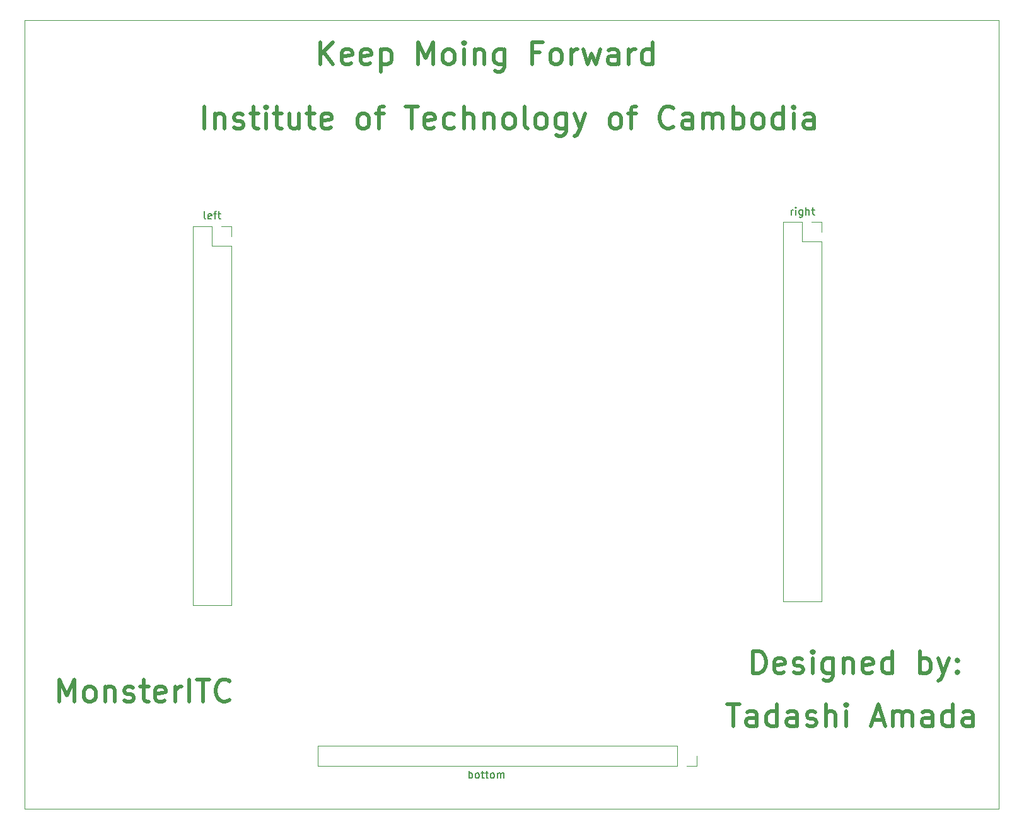
<source format=gbr>
G04 #@! TF.GenerationSoftware,KiCad,Pcbnew,(5.1.2)-2*
G04 #@! TF.CreationDate,2020-05-14T10:23:38+07:00*
G04 #@! TF.ProjectId,stm32_shield_test,73746d33-325f-4736-9869-656c645f7465,rev?*
G04 #@! TF.SameCoordinates,Original*
G04 #@! TF.FileFunction,Legend,Top*
G04 #@! TF.FilePolarity,Positive*
%FSLAX46Y46*%
G04 Gerber Fmt 4.6, Leading zero omitted, Abs format (unit mm)*
G04 Created by KiCad (PCBNEW (5.1.2)-2) date 2020-05-14 10:23:38*
%MOMM*%
%LPD*%
G04 APERTURE LIST*
%ADD10C,0.120000*%
%ADD11C,0.500000*%
%ADD12C,0.150000*%
G04 APERTURE END LIST*
D10*
X59690000Y-38862000D02*
X190500000Y-38862000D01*
X59690000Y-144780000D02*
X59690000Y-38862000D01*
X190500000Y-144780000D02*
X59690000Y-144780000D01*
X190500000Y-38862000D02*
X190500000Y-144780000D01*
D11*
X83785428Y-53427142D02*
X83785428Y-50427142D01*
X85214000Y-51427142D02*
X85214000Y-53427142D01*
X85214000Y-51712857D02*
X85356857Y-51570000D01*
X85642571Y-51427142D01*
X86071142Y-51427142D01*
X86356857Y-51570000D01*
X86499714Y-51855714D01*
X86499714Y-53427142D01*
X87785428Y-53284285D02*
X88071142Y-53427142D01*
X88642571Y-53427142D01*
X88928285Y-53284285D01*
X89071142Y-52998571D01*
X89071142Y-52855714D01*
X88928285Y-52570000D01*
X88642571Y-52427142D01*
X88214000Y-52427142D01*
X87928285Y-52284285D01*
X87785428Y-51998571D01*
X87785428Y-51855714D01*
X87928285Y-51570000D01*
X88214000Y-51427142D01*
X88642571Y-51427142D01*
X88928285Y-51570000D01*
X89928285Y-51427142D02*
X91071142Y-51427142D01*
X90356857Y-50427142D02*
X90356857Y-52998571D01*
X90499714Y-53284285D01*
X90785428Y-53427142D01*
X91071142Y-53427142D01*
X92071142Y-53427142D02*
X92071142Y-51427142D01*
X92071142Y-50427142D02*
X91928285Y-50570000D01*
X92071142Y-50712857D01*
X92214000Y-50570000D01*
X92071142Y-50427142D01*
X92071142Y-50712857D01*
X93071142Y-51427142D02*
X94214000Y-51427142D01*
X93499714Y-50427142D02*
X93499714Y-52998571D01*
X93642571Y-53284285D01*
X93928285Y-53427142D01*
X94214000Y-53427142D01*
X96499714Y-51427142D02*
X96499714Y-53427142D01*
X95214000Y-51427142D02*
X95214000Y-52998571D01*
X95356857Y-53284285D01*
X95642571Y-53427142D01*
X96071142Y-53427142D01*
X96356857Y-53284285D01*
X96499714Y-53141428D01*
X97499714Y-51427142D02*
X98642571Y-51427142D01*
X97928285Y-50427142D02*
X97928285Y-52998571D01*
X98071142Y-53284285D01*
X98356857Y-53427142D01*
X98642571Y-53427142D01*
X100785428Y-53284285D02*
X100499714Y-53427142D01*
X99928285Y-53427142D01*
X99642571Y-53284285D01*
X99499714Y-52998571D01*
X99499714Y-51855714D01*
X99642571Y-51570000D01*
X99928285Y-51427142D01*
X100499714Y-51427142D01*
X100785428Y-51570000D01*
X100928285Y-51855714D01*
X100928285Y-52141428D01*
X99499714Y-52427142D01*
X104928285Y-53427142D02*
X104642571Y-53284285D01*
X104499714Y-53141428D01*
X104356857Y-52855714D01*
X104356857Y-51998571D01*
X104499714Y-51712857D01*
X104642571Y-51570000D01*
X104928285Y-51427142D01*
X105356857Y-51427142D01*
X105642571Y-51570000D01*
X105785428Y-51712857D01*
X105928285Y-51998571D01*
X105928285Y-52855714D01*
X105785428Y-53141428D01*
X105642571Y-53284285D01*
X105356857Y-53427142D01*
X104928285Y-53427142D01*
X106785428Y-51427142D02*
X107928285Y-51427142D01*
X107214000Y-53427142D02*
X107214000Y-50855714D01*
X107356857Y-50570000D01*
X107642571Y-50427142D01*
X107928285Y-50427142D01*
X110785428Y-50427142D02*
X112499714Y-50427142D01*
X111642571Y-53427142D02*
X111642571Y-50427142D01*
X114642571Y-53284285D02*
X114356857Y-53427142D01*
X113785428Y-53427142D01*
X113499714Y-53284285D01*
X113356857Y-52998571D01*
X113356857Y-51855714D01*
X113499714Y-51570000D01*
X113785428Y-51427142D01*
X114356857Y-51427142D01*
X114642571Y-51570000D01*
X114785428Y-51855714D01*
X114785428Y-52141428D01*
X113356857Y-52427142D01*
X117356857Y-53284285D02*
X117071142Y-53427142D01*
X116499714Y-53427142D01*
X116213999Y-53284285D01*
X116071142Y-53141428D01*
X115928285Y-52855714D01*
X115928285Y-51998571D01*
X116071142Y-51712857D01*
X116213999Y-51570000D01*
X116499714Y-51427142D01*
X117071142Y-51427142D01*
X117356857Y-51570000D01*
X118642571Y-53427142D02*
X118642571Y-50427142D01*
X119928285Y-53427142D02*
X119928285Y-51855714D01*
X119785428Y-51570000D01*
X119499714Y-51427142D01*
X119071142Y-51427142D01*
X118785428Y-51570000D01*
X118642571Y-51712857D01*
X121356857Y-51427142D02*
X121356857Y-53427142D01*
X121356857Y-51712857D02*
X121499714Y-51570000D01*
X121785428Y-51427142D01*
X122214000Y-51427142D01*
X122499714Y-51570000D01*
X122642571Y-51855714D01*
X122642571Y-53427142D01*
X124499714Y-53427142D02*
X124214000Y-53284285D01*
X124071142Y-53141428D01*
X123928285Y-52855714D01*
X123928285Y-51998571D01*
X124071142Y-51712857D01*
X124214000Y-51570000D01*
X124499714Y-51427142D01*
X124928285Y-51427142D01*
X125214000Y-51570000D01*
X125356857Y-51712857D01*
X125499714Y-51998571D01*
X125499714Y-52855714D01*
X125356857Y-53141428D01*
X125214000Y-53284285D01*
X124928285Y-53427142D01*
X124499714Y-53427142D01*
X127214000Y-53427142D02*
X126928285Y-53284285D01*
X126785428Y-52998571D01*
X126785428Y-50427142D01*
X128785428Y-53427142D02*
X128499714Y-53284285D01*
X128356857Y-53141428D01*
X128214000Y-52855714D01*
X128214000Y-51998571D01*
X128356857Y-51712857D01*
X128499714Y-51570000D01*
X128785428Y-51427142D01*
X129214000Y-51427142D01*
X129499714Y-51570000D01*
X129642571Y-51712857D01*
X129785428Y-51998571D01*
X129785428Y-52855714D01*
X129642571Y-53141428D01*
X129499714Y-53284285D01*
X129214000Y-53427142D01*
X128785428Y-53427142D01*
X132356857Y-51427142D02*
X132356857Y-53855714D01*
X132214000Y-54141428D01*
X132071142Y-54284285D01*
X131785428Y-54427142D01*
X131356857Y-54427142D01*
X131071142Y-54284285D01*
X132356857Y-53284285D02*
X132071142Y-53427142D01*
X131499714Y-53427142D01*
X131214000Y-53284285D01*
X131071142Y-53141428D01*
X130928285Y-52855714D01*
X130928285Y-51998571D01*
X131071142Y-51712857D01*
X131214000Y-51570000D01*
X131499714Y-51427142D01*
X132071142Y-51427142D01*
X132356857Y-51570000D01*
X133499714Y-51427142D02*
X134214000Y-53427142D01*
X134928285Y-51427142D02*
X134214000Y-53427142D01*
X133928285Y-54141428D01*
X133785428Y-54284285D01*
X133499714Y-54427142D01*
X138785428Y-53427142D02*
X138499714Y-53284285D01*
X138356857Y-53141428D01*
X138214000Y-52855714D01*
X138214000Y-51998571D01*
X138356857Y-51712857D01*
X138499714Y-51570000D01*
X138785428Y-51427142D01*
X139214000Y-51427142D01*
X139499714Y-51570000D01*
X139642571Y-51712857D01*
X139785428Y-51998571D01*
X139785428Y-52855714D01*
X139642571Y-53141428D01*
X139499714Y-53284285D01*
X139214000Y-53427142D01*
X138785428Y-53427142D01*
X140642571Y-51427142D02*
X141785428Y-51427142D01*
X141071142Y-53427142D02*
X141071142Y-50855714D01*
X141214000Y-50570000D01*
X141499714Y-50427142D01*
X141785428Y-50427142D01*
X146785428Y-53141428D02*
X146642571Y-53284285D01*
X146214000Y-53427142D01*
X145928285Y-53427142D01*
X145499714Y-53284285D01*
X145214000Y-52998571D01*
X145071142Y-52712857D01*
X144928285Y-52141428D01*
X144928285Y-51712857D01*
X145071142Y-51141428D01*
X145214000Y-50855714D01*
X145499714Y-50570000D01*
X145928285Y-50427142D01*
X146214000Y-50427142D01*
X146642571Y-50570000D01*
X146785428Y-50712857D01*
X149356857Y-53427142D02*
X149356857Y-51855714D01*
X149214000Y-51570000D01*
X148928285Y-51427142D01*
X148356857Y-51427142D01*
X148071142Y-51570000D01*
X149356857Y-53284285D02*
X149071142Y-53427142D01*
X148356857Y-53427142D01*
X148071142Y-53284285D01*
X147928285Y-52998571D01*
X147928285Y-52712857D01*
X148071142Y-52427142D01*
X148356857Y-52284285D01*
X149071142Y-52284285D01*
X149356857Y-52141428D01*
X150785428Y-53427142D02*
X150785428Y-51427142D01*
X150785428Y-51712857D02*
X150928285Y-51570000D01*
X151214000Y-51427142D01*
X151642571Y-51427142D01*
X151928285Y-51570000D01*
X152071142Y-51855714D01*
X152071142Y-53427142D01*
X152071142Y-51855714D02*
X152214000Y-51570000D01*
X152499714Y-51427142D01*
X152928285Y-51427142D01*
X153214000Y-51570000D01*
X153356857Y-51855714D01*
X153356857Y-53427142D01*
X154785428Y-53427142D02*
X154785428Y-50427142D01*
X154785428Y-51570000D02*
X155071142Y-51427142D01*
X155642571Y-51427142D01*
X155928285Y-51570000D01*
X156071142Y-51712857D01*
X156214000Y-51998571D01*
X156214000Y-52855714D01*
X156071142Y-53141428D01*
X155928285Y-53284285D01*
X155642571Y-53427142D01*
X155071142Y-53427142D01*
X154785428Y-53284285D01*
X157928285Y-53427142D02*
X157642571Y-53284285D01*
X157499714Y-53141428D01*
X157356857Y-52855714D01*
X157356857Y-51998571D01*
X157499714Y-51712857D01*
X157642571Y-51570000D01*
X157928285Y-51427142D01*
X158356857Y-51427142D01*
X158642571Y-51570000D01*
X158785428Y-51712857D01*
X158928285Y-51998571D01*
X158928285Y-52855714D01*
X158785428Y-53141428D01*
X158642571Y-53284285D01*
X158356857Y-53427142D01*
X157928285Y-53427142D01*
X161499714Y-53427142D02*
X161499714Y-50427142D01*
X161499714Y-53284285D02*
X161214000Y-53427142D01*
X160642571Y-53427142D01*
X160356857Y-53284285D01*
X160214000Y-53141428D01*
X160071142Y-52855714D01*
X160071142Y-51998571D01*
X160214000Y-51712857D01*
X160356857Y-51570000D01*
X160642571Y-51427142D01*
X161214000Y-51427142D01*
X161499714Y-51570000D01*
X162928285Y-53427142D02*
X162928285Y-51427142D01*
X162928285Y-50427142D02*
X162785428Y-50570000D01*
X162928285Y-50712857D01*
X163071142Y-50570000D01*
X162928285Y-50427142D01*
X162928285Y-50712857D01*
X165642571Y-53427142D02*
X165642571Y-51855714D01*
X165499714Y-51570000D01*
X165214000Y-51427142D01*
X164642571Y-51427142D01*
X164356857Y-51570000D01*
X165642571Y-53284285D02*
X165356857Y-53427142D01*
X164642571Y-53427142D01*
X164356857Y-53284285D01*
X164214000Y-52998571D01*
X164214000Y-52712857D01*
X164356857Y-52427142D01*
X164642571Y-52284285D01*
X165356857Y-52284285D01*
X165642571Y-52141428D01*
X153973714Y-130691142D02*
X155688000Y-130691142D01*
X154830857Y-133691142D02*
X154830857Y-130691142D01*
X157973714Y-133691142D02*
X157973714Y-132119714D01*
X157830857Y-131834000D01*
X157545142Y-131691142D01*
X156973714Y-131691142D01*
X156688000Y-131834000D01*
X157973714Y-133548285D02*
X157688000Y-133691142D01*
X156973714Y-133691142D01*
X156688000Y-133548285D01*
X156545142Y-133262571D01*
X156545142Y-132976857D01*
X156688000Y-132691142D01*
X156973714Y-132548285D01*
X157688000Y-132548285D01*
X157973714Y-132405428D01*
X160688000Y-133691142D02*
X160688000Y-130691142D01*
X160688000Y-133548285D02*
X160402285Y-133691142D01*
X159830857Y-133691142D01*
X159545142Y-133548285D01*
X159402285Y-133405428D01*
X159259428Y-133119714D01*
X159259428Y-132262571D01*
X159402285Y-131976857D01*
X159545142Y-131834000D01*
X159830857Y-131691142D01*
X160402285Y-131691142D01*
X160688000Y-131834000D01*
X163402285Y-133691142D02*
X163402285Y-132119714D01*
X163259428Y-131834000D01*
X162973714Y-131691142D01*
X162402285Y-131691142D01*
X162116571Y-131834000D01*
X163402285Y-133548285D02*
X163116571Y-133691142D01*
X162402285Y-133691142D01*
X162116571Y-133548285D01*
X161973714Y-133262571D01*
X161973714Y-132976857D01*
X162116571Y-132691142D01*
X162402285Y-132548285D01*
X163116571Y-132548285D01*
X163402285Y-132405428D01*
X164688000Y-133548285D02*
X164973714Y-133691142D01*
X165545142Y-133691142D01*
X165830857Y-133548285D01*
X165973714Y-133262571D01*
X165973714Y-133119714D01*
X165830857Y-132834000D01*
X165545142Y-132691142D01*
X165116571Y-132691142D01*
X164830857Y-132548285D01*
X164688000Y-132262571D01*
X164688000Y-132119714D01*
X164830857Y-131834000D01*
X165116571Y-131691142D01*
X165545142Y-131691142D01*
X165830857Y-131834000D01*
X167259428Y-133691142D02*
X167259428Y-130691142D01*
X168545142Y-133691142D02*
X168545142Y-132119714D01*
X168402285Y-131834000D01*
X168116571Y-131691142D01*
X167688000Y-131691142D01*
X167402285Y-131834000D01*
X167259428Y-131976857D01*
X169973714Y-133691142D02*
X169973714Y-131691142D01*
X169973714Y-130691142D02*
X169830857Y-130834000D01*
X169973714Y-130976857D01*
X170116571Y-130834000D01*
X169973714Y-130691142D01*
X169973714Y-130976857D01*
X173545142Y-132834000D02*
X174973714Y-132834000D01*
X173259428Y-133691142D02*
X174259428Y-130691142D01*
X175259428Y-133691142D01*
X176259428Y-133691142D02*
X176259428Y-131691142D01*
X176259428Y-131976857D02*
X176402285Y-131834000D01*
X176688000Y-131691142D01*
X177116571Y-131691142D01*
X177402285Y-131834000D01*
X177545142Y-132119714D01*
X177545142Y-133691142D01*
X177545142Y-132119714D02*
X177688000Y-131834000D01*
X177973714Y-131691142D01*
X178402285Y-131691142D01*
X178688000Y-131834000D01*
X178830857Y-132119714D01*
X178830857Y-133691142D01*
X181545142Y-133691142D02*
X181545142Y-132119714D01*
X181402285Y-131834000D01*
X181116571Y-131691142D01*
X180545142Y-131691142D01*
X180259428Y-131834000D01*
X181545142Y-133548285D02*
X181259428Y-133691142D01*
X180545142Y-133691142D01*
X180259428Y-133548285D01*
X180116571Y-133262571D01*
X180116571Y-132976857D01*
X180259428Y-132691142D01*
X180545142Y-132548285D01*
X181259428Y-132548285D01*
X181545142Y-132405428D01*
X184259428Y-133691142D02*
X184259428Y-130691142D01*
X184259428Y-133548285D02*
X183973714Y-133691142D01*
X183402285Y-133691142D01*
X183116571Y-133548285D01*
X182973714Y-133405428D01*
X182830857Y-133119714D01*
X182830857Y-132262571D01*
X182973714Y-131976857D01*
X183116571Y-131834000D01*
X183402285Y-131691142D01*
X183973714Y-131691142D01*
X184259428Y-131834000D01*
X186973714Y-133691142D02*
X186973714Y-132119714D01*
X186830857Y-131834000D01*
X186545142Y-131691142D01*
X185973714Y-131691142D01*
X185688000Y-131834000D01*
X186973714Y-133548285D02*
X186688000Y-133691142D01*
X185973714Y-133691142D01*
X185688000Y-133548285D01*
X185545142Y-133262571D01*
X185545142Y-132976857D01*
X185688000Y-132691142D01*
X185973714Y-132548285D01*
X186688000Y-132548285D01*
X186973714Y-132405428D01*
X157481714Y-126579142D02*
X157481714Y-123579142D01*
X158196000Y-123579142D01*
X158624571Y-123722000D01*
X158910285Y-124007714D01*
X159053142Y-124293428D01*
X159196000Y-124864857D01*
X159196000Y-125293428D01*
X159053142Y-125864857D01*
X158910285Y-126150571D01*
X158624571Y-126436285D01*
X158196000Y-126579142D01*
X157481714Y-126579142D01*
X161624571Y-126436285D02*
X161338857Y-126579142D01*
X160767428Y-126579142D01*
X160481714Y-126436285D01*
X160338857Y-126150571D01*
X160338857Y-125007714D01*
X160481714Y-124722000D01*
X160767428Y-124579142D01*
X161338857Y-124579142D01*
X161624571Y-124722000D01*
X161767428Y-125007714D01*
X161767428Y-125293428D01*
X160338857Y-125579142D01*
X162910285Y-126436285D02*
X163196000Y-126579142D01*
X163767428Y-126579142D01*
X164053142Y-126436285D01*
X164196000Y-126150571D01*
X164196000Y-126007714D01*
X164053142Y-125722000D01*
X163767428Y-125579142D01*
X163338857Y-125579142D01*
X163053142Y-125436285D01*
X162910285Y-125150571D01*
X162910285Y-125007714D01*
X163053142Y-124722000D01*
X163338857Y-124579142D01*
X163767428Y-124579142D01*
X164053142Y-124722000D01*
X165481714Y-126579142D02*
X165481714Y-124579142D01*
X165481714Y-123579142D02*
X165338857Y-123722000D01*
X165481714Y-123864857D01*
X165624571Y-123722000D01*
X165481714Y-123579142D01*
X165481714Y-123864857D01*
X168196000Y-124579142D02*
X168196000Y-127007714D01*
X168053142Y-127293428D01*
X167910285Y-127436285D01*
X167624571Y-127579142D01*
X167196000Y-127579142D01*
X166910285Y-127436285D01*
X168196000Y-126436285D02*
X167910285Y-126579142D01*
X167338857Y-126579142D01*
X167053142Y-126436285D01*
X166910285Y-126293428D01*
X166767428Y-126007714D01*
X166767428Y-125150571D01*
X166910285Y-124864857D01*
X167053142Y-124722000D01*
X167338857Y-124579142D01*
X167910285Y-124579142D01*
X168196000Y-124722000D01*
X169624571Y-124579142D02*
X169624571Y-126579142D01*
X169624571Y-124864857D02*
X169767428Y-124722000D01*
X170053142Y-124579142D01*
X170481714Y-124579142D01*
X170767428Y-124722000D01*
X170910285Y-125007714D01*
X170910285Y-126579142D01*
X173481714Y-126436285D02*
X173196000Y-126579142D01*
X172624571Y-126579142D01*
X172338857Y-126436285D01*
X172196000Y-126150571D01*
X172196000Y-125007714D01*
X172338857Y-124722000D01*
X172624571Y-124579142D01*
X173196000Y-124579142D01*
X173481714Y-124722000D01*
X173624571Y-125007714D01*
X173624571Y-125293428D01*
X172196000Y-125579142D01*
X176196000Y-126579142D02*
X176196000Y-123579142D01*
X176196000Y-126436285D02*
X175910285Y-126579142D01*
X175338857Y-126579142D01*
X175053142Y-126436285D01*
X174910285Y-126293428D01*
X174767428Y-126007714D01*
X174767428Y-125150571D01*
X174910285Y-124864857D01*
X175053142Y-124722000D01*
X175338857Y-124579142D01*
X175910285Y-124579142D01*
X176196000Y-124722000D01*
X179910285Y-126579142D02*
X179910285Y-123579142D01*
X179910285Y-124722000D02*
X180196000Y-124579142D01*
X180767428Y-124579142D01*
X181053142Y-124722000D01*
X181196000Y-124864857D01*
X181338857Y-125150571D01*
X181338857Y-126007714D01*
X181196000Y-126293428D01*
X181053142Y-126436285D01*
X180767428Y-126579142D01*
X180196000Y-126579142D01*
X179910285Y-126436285D01*
X182338857Y-124579142D02*
X183053142Y-126579142D01*
X183767428Y-124579142D02*
X183053142Y-126579142D01*
X182767428Y-127293428D01*
X182624571Y-127436285D01*
X182338857Y-127579142D01*
X184910285Y-126293428D02*
X185053142Y-126436285D01*
X184910285Y-126579142D01*
X184767428Y-126436285D01*
X184910285Y-126293428D01*
X184910285Y-126579142D01*
X184910285Y-124722000D02*
X185053142Y-124864857D01*
X184910285Y-125007714D01*
X184767428Y-124864857D01*
X184910285Y-124722000D01*
X184910285Y-125007714D01*
X64334857Y-130389142D02*
X64334857Y-127389142D01*
X65334857Y-129532000D01*
X66334857Y-127389142D01*
X66334857Y-130389142D01*
X68192000Y-130389142D02*
X67906285Y-130246285D01*
X67763428Y-130103428D01*
X67620571Y-129817714D01*
X67620571Y-128960571D01*
X67763428Y-128674857D01*
X67906285Y-128532000D01*
X68192000Y-128389142D01*
X68620571Y-128389142D01*
X68906285Y-128532000D01*
X69049142Y-128674857D01*
X69192000Y-128960571D01*
X69192000Y-129817714D01*
X69049142Y-130103428D01*
X68906285Y-130246285D01*
X68620571Y-130389142D01*
X68192000Y-130389142D01*
X70477714Y-128389142D02*
X70477714Y-130389142D01*
X70477714Y-128674857D02*
X70620571Y-128532000D01*
X70906285Y-128389142D01*
X71334857Y-128389142D01*
X71620571Y-128532000D01*
X71763428Y-128817714D01*
X71763428Y-130389142D01*
X73049142Y-130246285D02*
X73334857Y-130389142D01*
X73906285Y-130389142D01*
X74192000Y-130246285D01*
X74334857Y-129960571D01*
X74334857Y-129817714D01*
X74192000Y-129532000D01*
X73906285Y-129389142D01*
X73477714Y-129389142D01*
X73192000Y-129246285D01*
X73049142Y-128960571D01*
X73049142Y-128817714D01*
X73192000Y-128532000D01*
X73477714Y-128389142D01*
X73906285Y-128389142D01*
X74192000Y-128532000D01*
X75192000Y-128389142D02*
X76334857Y-128389142D01*
X75620571Y-127389142D02*
X75620571Y-129960571D01*
X75763428Y-130246285D01*
X76049142Y-130389142D01*
X76334857Y-130389142D01*
X78477714Y-130246285D02*
X78192000Y-130389142D01*
X77620571Y-130389142D01*
X77334857Y-130246285D01*
X77192000Y-129960571D01*
X77192000Y-128817714D01*
X77334857Y-128532000D01*
X77620571Y-128389142D01*
X78192000Y-128389142D01*
X78477714Y-128532000D01*
X78620571Y-128817714D01*
X78620571Y-129103428D01*
X77192000Y-129389142D01*
X79906285Y-130389142D02*
X79906285Y-128389142D01*
X79906285Y-128960571D02*
X80049142Y-128674857D01*
X80192000Y-128532000D01*
X80477714Y-128389142D01*
X80763428Y-128389142D01*
X81763428Y-130389142D02*
X81763428Y-127389142D01*
X82763428Y-127389142D02*
X84477714Y-127389142D01*
X83620571Y-130389142D02*
X83620571Y-127389142D01*
X87192000Y-130103428D02*
X87049142Y-130246285D01*
X86620571Y-130389142D01*
X86334857Y-130389142D01*
X85906285Y-130246285D01*
X85620571Y-129960571D01*
X85477714Y-129674857D01*
X85334857Y-129103428D01*
X85334857Y-128674857D01*
X85477714Y-128103428D01*
X85620571Y-127817714D01*
X85906285Y-127532000D01*
X86334857Y-127389142D01*
X86620571Y-127389142D01*
X87049142Y-127532000D01*
X87192000Y-127674857D01*
X99380285Y-44791142D02*
X99380285Y-41791142D01*
X101094571Y-44791142D02*
X99808857Y-43076857D01*
X101094571Y-41791142D02*
X99380285Y-43505428D01*
X103523142Y-44648285D02*
X103237428Y-44791142D01*
X102666000Y-44791142D01*
X102380285Y-44648285D01*
X102237428Y-44362571D01*
X102237428Y-43219714D01*
X102380285Y-42934000D01*
X102666000Y-42791142D01*
X103237428Y-42791142D01*
X103523142Y-42934000D01*
X103666000Y-43219714D01*
X103666000Y-43505428D01*
X102237428Y-43791142D01*
X106094571Y-44648285D02*
X105808857Y-44791142D01*
X105237428Y-44791142D01*
X104951714Y-44648285D01*
X104808857Y-44362571D01*
X104808857Y-43219714D01*
X104951714Y-42934000D01*
X105237428Y-42791142D01*
X105808857Y-42791142D01*
X106094571Y-42934000D01*
X106237428Y-43219714D01*
X106237428Y-43505428D01*
X104808857Y-43791142D01*
X107523142Y-42791142D02*
X107523142Y-45791142D01*
X107523142Y-42934000D02*
X107808857Y-42791142D01*
X108380285Y-42791142D01*
X108666000Y-42934000D01*
X108808857Y-43076857D01*
X108951714Y-43362571D01*
X108951714Y-44219714D01*
X108808857Y-44505428D01*
X108666000Y-44648285D01*
X108380285Y-44791142D01*
X107808857Y-44791142D01*
X107523142Y-44648285D01*
X112523142Y-44791142D02*
X112523142Y-41791142D01*
X113523142Y-43934000D01*
X114523142Y-41791142D01*
X114523142Y-44791142D01*
X116380285Y-44791142D02*
X116094571Y-44648285D01*
X115951714Y-44505428D01*
X115808857Y-44219714D01*
X115808857Y-43362571D01*
X115951714Y-43076857D01*
X116094571Y-42934000D01*
X116380285Y-42791142D01*
X116808857Y-42791142D01*
X117094571Y-42934000D01*
X117237428Y-43076857D01*
X117380285Y-43362571D01*
X117380285Y-44219714D01*
X117237428Y-44505428D01*
X117094571Y-44648285D01*
X116808857Y-44791142D01*
X116380285Y-44791142D01*
X118666000Y-44791142D02*
X118666000Y-42791142D01*
X118666000Y-41791142D02*
X118523142Y-41934000D01*
X118666000Y-42076857D01*
X118808857Y-41934000D01*
X118666000Y-41791142D01*
X118666000Y-42076857D01*
X120094571Y-42791142D02*
X120094571Y-44791142D01*
X120094571Y-43076857D02*
X120237428Y-42934000D01*
X120523142Y-42791142D01*
X120951714Y-42791142D01*
X121237428Y-42934000D01*
X121380285Y-43219714D01*
X121380285Y-44791142D01*
X124094571Y-42791142D02*
X124094571Y-45219714D01*
X123951714Y-45505428D01*
X123808857Y-45648285D01*
X123523142Y-45791142D01*
X123094571Y-45791142D01*
X122808857Y-45648285D01*
X124094571Y-44648285D02*
X123808857Y-44791142D01*
X123237428Y-44791142D01*
X122951714Y-44648285D01*
X122808857Y-44505428D01*
X122666000Y-44219714D01*
X122666000Y-43362571D01*
X122808857Y-43076857D01*
X122951714Y-42934000D01*
X123237428Y-42791142D01*
X123808857Y-42791142D01*
X124094571Y-42934000D01*
X128808857Y-43219714D02*
X127808857Y-43219714D01*
X127808857Y-44791142D02*
X127808857Y-41791142D01*
X129237428Y-41791142D01*
X130808857Y-44791142D02*
X130523142Y-44648285D01*
X130380285Y-44505428D01*
X130237428Y-44219714D01*
X130237428Y-43362571D01*
X130380285Y-43076857D01*
X130523142Y-42934000D01*
X130808857Y-42791142D01*
X131237428Y-42791142D01*
X131523142Y-42934000D01*
X131666000Y-43076857D01*
X131808857Y-43362571D01*
X131808857Y-44219714D01*
X131666000Y-44505428D01*
X131523142Y-44648285D01*
X131237428Y-44791142D01*
X130808857Y-44791142D01*
X133094571Y-44791142D02*
X133094571Y-42791142D01*
X133094571Y-43362571D02*
X133237428Y-43076857D01*
X133380285Y-42934000D01*
X133666000Y-42791142D01*
X133951714Y-42791142D01*
X134666000Y-42791142D02*
X135237428Y-44791142D01*
X135808857Y-43362571D01*
X136380285Y-44791142D01*
X136951714Y-42791142D01*
X139380285Y-44791142D02*
X139380285Y-43219714D01*
X139237428Y-42934000D01*
X138951714Y-42791142D01*
X138380285Y-42791142D01*
X138094571Y-42934000D01*
X139380285Y-44648285D02*
X139094571Y-44791142D01*
X138380285Y-44791142D01*
X138094571Y-44648285D01*
X137951714Y-44362571D01*
X137951714Y-44076857D01*
X138094571Y-43791142D01*
X138380285Y-43648285D01*
X139094571Y-43648285D01*
X139380285Y-43505428D01*
X140808857Y-44791142D02*
X140808857Y-42791142D01*
X140808857Y-43362571D02*
X140951714Y-43076857D01*
X141094571Y-42934000D01*
X141380285Y-42791142D01*
X141666000Y-42791142D01*
X143951714Y-44791142D02*
X143951714Y-41791142D01*
X143951714Y-44648285D02*
X143666000Y-44791142D01*
X143094571Y-44791142D01*
X142808857Y-44648285D01*
X142666000Y-44505428D01*
X142523142Y-44219714D01*
X142523142Y-43362571D01*
X142666000Y-43076857D01*
X142808857Y-42934000D01*
X143094571Y-42791142D01*
X143666000Y-42791142D01*
X143951714Y-42934000D01*
D10*
X149920000Y-137668000D02*
X149920000Y-138998000D01*
X149920000Y-138998000D02*
X148590000Y-138998000D01*
X147320000Y-138998000D02*
X99000000Y-138998000D01*
X99000000Y-136338000D02*
X99000000Y-138998000D01*
X147320000Y-136338000D02*
X99000000Y-136338000D01*
X147320000Y-136338000D02*
X147320000Y-138998000D01*
X82236000Y-66535001D02*
X84836000Y-66535001D01*
X82236000Y-66535001D02*
X82236000Y-117455001D01*
X82236000Y-117455001D02*
X87436000Y-117455001D01*
X87436000Y-69135001D02*
X87436000Y-117455001D01*
X84836000Y-69135001D02*
X87436000Y-69135001D01*
X84836000Y-66535001D02*
X84836000Y-69135001D01*
X87436000Y-66535001D02*
X87436000Y-67865001D01*
X86106000Y-66535001D02*
X87436000Y-66535001D01*
X165354000Y-65980000D02*
X166684000Y-65980000D01*
X166684000Y-65980000D02*
X166684000Y-67310000D01*
X164084000Y-65980000D02*
X164084000Y-68580000D01*
X164084000Y-68580000D02*
X166684000Y-68580000D01*
X166684000Y-68580000D02*
X166684000Y-116900000D01*
X161484000Y-116900000D02*
X166684000Y-116900000D01*
X161484000Y-65980000D02*
X161484000Y-116900000D01*
X161484000Y-65980000D02*
X164084000Y-65980000D01*
D12*
X119308857Y-140660380D02*
X119308857Y-139660380D01*
X119308857Y-140041333D02*
X119404095Y-139993714D01*
X119594571Y-139993714D01*
X119689809Y-140041333D01*
X119737428Y-140088952D01*
X119785047Y-140184190D01*
X119785047Y-140469904D01*
X119737428Y-140565142D01*
X119689809Y-140612761D01*
X119594571Y-140660380D01*
X119404095Y-140660380D01*
X119308857Y-140612761D01*
X120356476Y-140660380D02*
X120261238Y-140612761D01*
X120213619Y-140565142D01*
X120166000Y-140469904D01*
X120166000Y-140184190D01*
X120213619Y-140088952D01*
X120261238Y-140041333D01*
X120356476Y-139993714D01*
X120499333Y-139993714D01*
X120594571Y-140041333D01*
X120642190Y-140088952D01*
X120689809Y-140184190D01*
X120689809Y-140469904D01*
X120642190Y-140565142D01*
X120594571Y-140612761D01*
X120499333Y-140660380D01*
X120356476Y-140660380D01*
X120975523Y-139993714D02*
X121356476Y-139993714D01*
X121118380Y-139660380D02*
X121118380Y-140517523D01*
X121166000Y-140612761D01*
X121261238Y-140660380D01*
X121356476Y-140660380D01*
X121546952Y-139993714D02*
X121927904Y-139993714D01*
X121689809Y-139660380D02*
X121689809Y-140517523D01*
X121737428Y-140612761D01*
X121832666Y-140660380D01*
X121927904Y-140660380D01*
X122404095Y-140660380D02*
X122308857Y-140612761D01*
X122261238Y-140565142D01*
X122213619Y-140469904D01*
X122213619Y-140184190D01*
X122261238Y-140088952D01*
X122308857Y-140041333D01*
X122404095Y-139993714D01*
X122546952Y-139993714D01*
X122642190Y-140041333D01*
X122689809Y-140088952D01*
X122737428Y-140184190D01*
X122737428Y-140469904D01*
X122689809Y-140565142D01*
X122642190Y-140612761D01*
X122546952Y-140660380D01*
X122404095Y-140660380D01*
X123166000Y-140660380D02*
X123166000Y-139993714D01*
X123166000Y-140088952D02*
X123213619Y-140041333D01*
X123308857Y-139993714D01*
X123451714Y-139993714D01*
X123546952Y-140041333D01*
X123594571Y-140136571D01*
X123594571Y-140660380D01*
X123594571Y-140136571D02*
X123642190Y-140041333D01*
X123737428Y-139993714D01*
X123880285Y-139993714D01*
X123975523Y-140041333D01*
X124023142Y-140136571D01*
X124023142Y-140660380D01*
X83955047Y-65547381D02*
X83859809Y-65499762D01*
X83812190Y-65404524D01*
X83812190Y-64547381D01*
X84716952Y-65499762D02*
X84621714Y-65547381D01*
X84431238Y-65547381D01*
X84336000Y-65499762D01*
X84288380Y-65404524D01*
X84288380Y-65023572D01*
X84336000Y-64928334D01*
X84431238Y-64880715D01*
X84621714Y-64880715D01*
X84716952Y-64928334D01*
X84764571Y-65023572D01*
X84764571Y-65118810D01*
X84288380Y-65214048D01*
X85050285Y-64880715D02*
X85431238Y-64880715D01*
X85193142Y-65547381D02*
X85193142Y-64690239D01*
X85240761Y-64595001D01*
X85336000Y-64547381D01*
X85431238Y-64547381D01*
X85621714Y-64880715D02*
X86002666Y-64880715D01*
X85764571Y-64547381D02*
X85764571Y-65404524D01*
X85812190Y-65499762D01*
X85907428Y-65547381D01*
X86002666Y-65547381D01*
X162584000Y-64992380D02*
X162584000Y-64325714D01*
X162584000Y-64516190D02*
X162631619Y-64420952D01*
X162679238Y-64373333D01*
X162774476Y-64325714D01*
X162869714Y-64325714D01*
X163203047Y-64992380D02*
X163203047Y-64325714D01*
X163203047Y-63992380D02*
X163155428Y-64040000D01*
X163203047Y-64087619D01*
X163250666Y-64040000D01*
X163203047Y-63992380D01*
X163203047Y-64087619D01*
X164107809Y-64325714D02*
X164107809Y-65135238D01*
X164060190Y-65230476D01*
X164012571Y-65278095D01*
X163917333Y-65325714D01*
X163774476Y-65325714D01*
X163679238Y-65278095D01*
X164107809Y-64944761D02*
X164012571Y-64992380D01*
X163822095Y-64992380D01*
X163726857Y-64944761D01*
X163679238Y-64897142D01*
X163631619Y-64801904D01*
X163631619Y-64516190D01*
X163679238Y-64420952D01*
X163726857Y-64373333D01*
X163822095Y-64325714D01*
X164012571Y-64325714D01*
X164107809Y-64373333D01*
X164584000Y-64992380D02*
X164584000Y-63992380D01*
X165012571Y-64992380D02*
X165012571Y-64468571D01*
X164964952Y-64373333D01*
X164869714Y-64325714D01*
X164726857Y-64325714D01*
X164631619Y-64373333D01*
X164584000Y-64420952D01*
X165345904Y-64325714D02*
X165726857Y-64325714D01*
X165488761Y-63992380D02*
X165488761Y-64849523D01*
X165536380Y-64944761D01*
X165631619Y-64992380D01*
X165726857Y-64992380D01*
M02*

</source>
